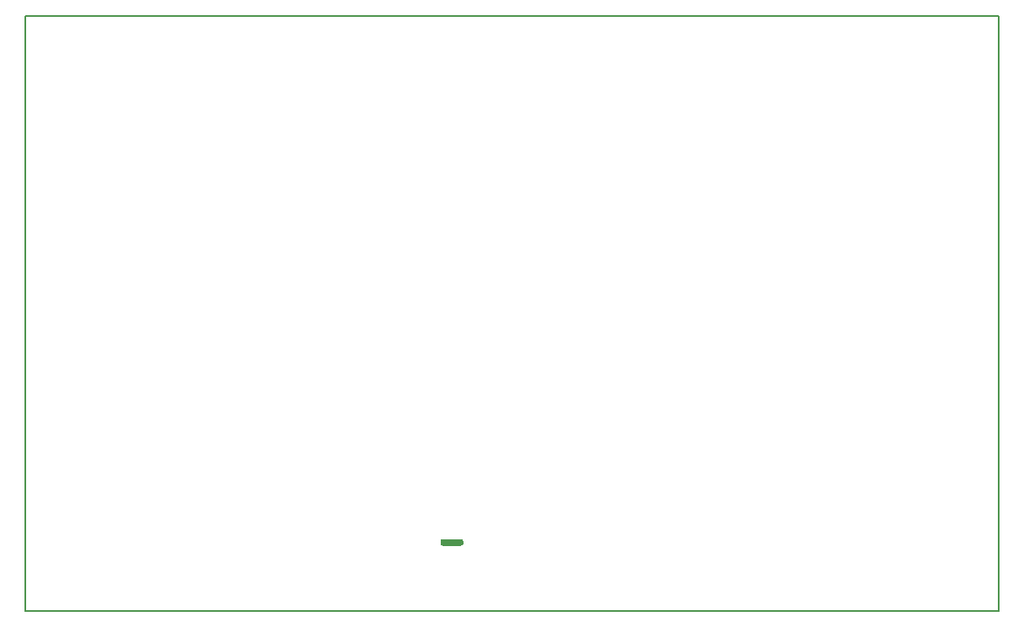
<source format=gbo>
G04 MADE WITH FRITZING*
G04 WWW.FRITZING.ORG*
G04 DOUBLE SIDED*
G04 HOLES PLATED*
G04 CONTOUR ON CENTER OF CONTOUR VECTOR*
%ASAXBY*%
%FSLAX23Y23*%
%MOIN*%
%OFA0B0*%
%SFA1.0B1.0*%
%ADD10R,3.858270X2.362200X3.842270X2.346200*%
%ADD11C,0.008000*%
%ADD12R,0.001000X0.001000*%
%LNSILK0*%
G90*
G70*
G54D11*
X4Y2358D02*
X3854Y2358D01*
X3854Y4D01*
X4Y4D01*
X4Y2358D01*
D02*
G54D12*
X1652Y288D02*
X1729Y288D01*
X1651Y287D02*
X1731Y287D01*
X1649Y286D02*
X1732Y286D01*
X1648Y285D02*
X1733Y285D01*
X1648Y284D02*
X1734Y284D01*
X1647Y283D02*
X1734Y283D01*
X1647Y282D02*
X1735Y282D01*
X1647Y281D02*
X1735Y281D01*
X1647Y280D02*
X1735Y280D01*
X1647Y279D02*
X1735Y279D01*
X1647Y278D02*
X1735Y278D01*
X1647Y277D02*
X1735Y277D01*
X1647Y276D02*
X1735Y276D01*
X1647Y275D02*
X1735Y275D01*
X1647Y274D02*
X1735Y274D01*
X1647Y273D02*
X1735Y273D01*
X1647Y272D02*
X1735Y272D01*
X1647Y271D02*
X1735Y271D01*
X1647Y270D02*
X1735Y270D01*
X1647Y269D02*
X1735Y269D01*
X1647Y268D02*
X1734Y268D01*
X1648Y267D02*
X1734Y267D01*
X1649Y266D02*
X1733Y266D01*
X1650Y265D02*
X1732Y265D01*
X1651Y264D02*
X1731Y264D01*
X1654Y263D02*
X1728Y263D01*
D02*
G04 End of Silk0*
M02*
</source>
